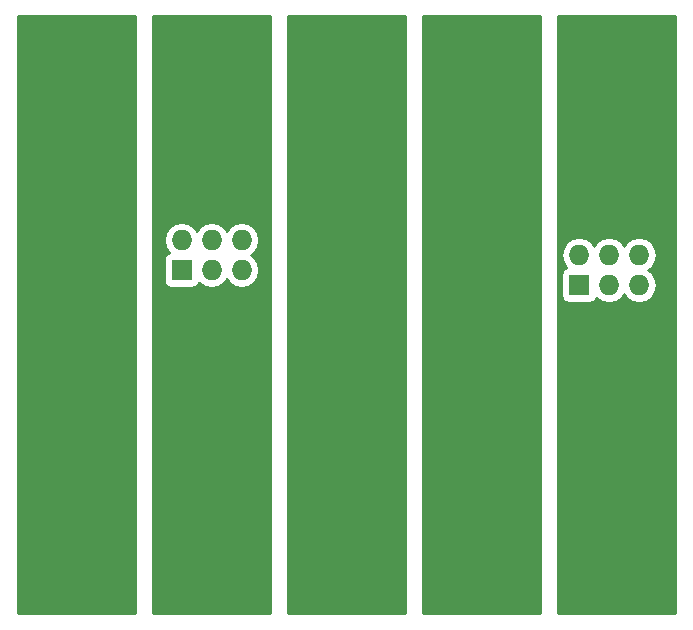
<source format=gbl>
G04 #@! TF.FileFunction,Copper,L2,Bot,Signal*
%FSLAX46Y46*%
G04 Gerber Fmt 4.6, Leading zero omitted, Abs format (unit mm)*
G04 Created by KiCad (PCBNEW 4.0.7-e2-6376~58~ubuntu14.04.1) date Fri Nov 10 06:08:14 2017*
%MOMM*%
%LPD*%
G01*
G04 APERTURE LIST*
%ADD10C,0.100000*%
%ADD11R,1.727200X1.727200*%
%ADD12O,1.727200X1.727200*%
%ADD13C,0.600000*%
%ADD14C,0.254000*%
G04 APERTURE END LIST*
D10*
D11*
X154305000Y-108585000D03*
D12*
X154305000Y-106045000D03*
X156845000Y-108585000D03*
X156845000Y-106045000D03*
X159385000Y-108585000D03*
X159385000Y-106045000D03*
D11*
X187960000Y-109855000D03*
D12*
X187960000Y-107315000D03*
X190500000Y-109855000D03*
X190500000Y-107315000D03*
X193040000Y-109855000D03*
X193040000Y-107315000D03*
D13*
X165735000Y-89535000D03*
X168275000Y-89535000D03*
X165735000Y-92075000D03*
X165735000Y-94615000D03*
X168275000Y-94615000D03*
X170815000Y-94615000D03*
X170815000Y-92075000D03*
X170815000Y-89535000D03*
X168275000Y-92075000D03*
X154305000Y-89535000D03*
X154305000Y-94615000D03*
X159385000Y-94615000D03*
X159385000Y-89535000D03*
X156845000Y-94615000D03*
X154305000Y-92075000D03*
X156845000Y-89535000D03*
X159385000Y-92075000D03*
X156845000Y-92075000D03*
X141605000Y-95885000D03*
X141605000Y-88265000D03*
X149225000Y-95885000D03*
X149225000Y-88265000D03*
X149225000Y-90805000D03*
X144145000Y-88265000D03*
X146685000Y-88265000D03*
X141605000Y-90805000D03*
X141605000Y-93345000D03*
X149225000Y-93345000D03*
X144145000Y-95885000D03*
X146685000Y-95885000D03*
X144145000Y-90805000D03*
X146685000Y-90805000D03*
X144145000Y-93345000D03*
X146685000Y-93345000D03*
X142875000Y-92075000D03*
X142875000Y-94615000D03*
X145415000Y-94615000D03*
X147955000Y-94615000D03*
X147955000Y-92075000D03*
X142875000Y-89535000D03*
X145415000Y-89535000D03*
X147955000Y-89535000D03*
X145415000Y-92075000D03*
X177165000Y-89535000D03*
X177165000Y-92075000D03*
X177165000Y-94615000D03*
X179705000Y-94615000D03*
X182245000Y-94615000D03*
X182245000Y-92075000D03*
X182245000Y-89535000D03*
X179705000Y-89535000D03*
X179705000Y-92075000D03*
X188595000Y-130175000D03*
X188595000Y-132715000D03*
X188595000Y-135255000D03*
X191135000Y-135255000D03*
X193675000Y-135255000D03*
X193675000Y-130175000D03*
X191135000Y-130175000D03*
X193675000Y-132715000D03*
X191135000Y-132715000D03*
D14*
G36*
X150368000Y-137668000D02*
X140462000Y-137668000D01*
X140462000Y-87122000D01*
X150368000Y-87122000D01*
X150368000Y-137668000D01*
X150368000Y-137668000D01*
G37*
X150368000Y-137668000D02*
X140462000Y-137668000D01*
X140462000Y-87122000D01*
X150368000Y-87122000D01*
X150368000Y-137668000D01*
G36*
X161798000Y-137668000D02*
X151892000Y-137668000D01*
X151892000Y-107721400D01*
X152793960Y-107721400D01*
X152793960Y-109448600D01*
X152838238Y-109683917D01*
X152977310Y-109900041D01*
X153189510Y-110045031D01*
X153441400Y-110096040D01*
X155168600Y-110096040D01*
X155403917Y-110051762D01*
X155620041Y-109912690D01*
X155765031Y-109700490D01*
X155773864Y-109656869D01*
X155785330Y-109674029D01*
X156271511Y-109998885D01*
X156845000Y-110112959D01*
X157418489Y-109998885D01*
X157904670Y-109674029D01*
X158115000Y-109359248D01*
X158325330Y-109674029D01*
X158811511Y-109998885D01*
X159385000Y-110112959D01*
X159958489Y-109998885D01*
X160444670Y-109674029D01*
X160769526Y-109187848D01*
X160883600Y-108614359D01*
X160883600Y-108555641D01*
X160769526Y-107982152D01*
X160444670Y-107495971D01*
X160173828Y-107315000D01*
X160444670Y-107134029D01*
X160769526Y-106647848D01*
X160883600Y-106074359D01*
X160883600Y-106015641D01*
X160769526Y-105442152D01*
X160444670Y-104955971D01*
X159958489Y-104631115D01*
X159385000Y-104517041D01*
X158811511Y-104631115D01*
X158325330Y-104955971D01*
X158115000Y-105270752D01*
X157904670Y-104955971D01*
X157418489Y-104631115D01*
X156845000Y-104517041D01*
X156271511Y-104631115D01*
X155785330Y-104955971D01*
X155575000Y-105270752D01*
X155364670Y-104955971D01*
X154878489Y-104631115D01*
X154305000Y-104517041D01*
X153731511Y-104631115D01*
X153245330Y-104955971D01*
X152920474Y-105442152D01*
X152806400Y-106015641D01*
X152806400Y-106074359D01*
X152920474Y-106647848D01*
X153231574Y-107113442D01*
X153206083Y-107118238D01*
X152989959Y-107257310D01*
X152844969Y-107469510D01*
X152793960Y-107721400D01*
X151892000Y-107721400D01*
X151892000Y-87122000D01*
X161798000Y-87122000D01*
X161798000Y-137668000D01*
X161798000Y-137668000D01*
G37*
X161798000Y-137668000D02*
X151892000Y-137668000D01*
X151892000Y-107721400D01*
X152793960Y-107721400D01*
X152793960Y-109448600D01*
X152838238Y-109683917D01*
X152977310Y-109900041D01*
X153189510Y-110045031D01*
X153441400Y-110096040D01*
X155168600Y-110096040D01*
X155403917Y-110051762D01*
X155620041Y-109912690D01*
X155765031Y-109700490D01*
X155773864Y-109656869D01*
X155785330Y-109674029D01*
X156271511Y-109998885D01*
X156845000Y-110112959D01*
X157418489Y-109998885D01*
X157904670Y-109674029D01*
X158115000Y-109359248D01*
X158325330Y-109674029D01*
X158811511Y-109998885D01*
X159385000Y-110112959D01*
X159958489Y-109998885D01*
X160444670Y-109674029D01*
X160769526Y-109187848D01*
X160883600Y-108614359D01*
X160883600Y-108555641D01*
X160769526Y-107982152D01*
X160444670Y-107495971D01*
X160173828Y-107315000D01*
X160444670Y-107134029D01*
X160769526Y-106647848D01*
X160883600Y-106074359D01*
X160883600Y-106015641D01*
X160769526Y-105442152D01*
X160444670Y-104955971D01*
X159958489Y-104631115D01*
X159385000Y-104517041D01*
X158811511Y-104631115D01*
X158325330Y-104955971D01*
X158115000Y-105270752D01*
X157904670Y-104955971D01*
X157418489Y-104631115D01*
X156845000Y-104517041D01*
X156271511Y-104631115D01*
X155785330Y-104955971D01*
X155575000Y-105270752D01*
X155364670Y-104955971D01*
X154878489Y-104631115D01*
X154305000Y-104517041D01*
X153731511Y-104631115D01*
X153245330Y-104955971D01*
X152920474Y-105442152D01*
X152806400Y-106015641D01*
X152806400Y-106074359D01*
X152920474Y-106647848D01*
X153231574Y-107113442D01*
X153206083Y-107118238D01*
X152989959Y-107257310D01*
X152844969Y-107469510D01*
X152793960Y-107721400D01*
X151892000Y-107721400D01*
X151892000Y-87122000D01*
X161798000Y-87122000D01*
X161798000Y-137668000D01*
G36*
X173228000Y-137668000D02*
X163322000Y-137668000D01*
X163322000Y-87122000D01*
X173228000Y-87122000D01*
X173228000Y-137668000D01*
X173228000Y-137668000D01*
G37*
X173228000Y-137668000D02*
X163322000Y-137668000D01*
X163322000Y-87122000D01*
X173228000Y-87122000D01*
X173228000Y-137668000D01*
G36*
X184658000Y-137668000D02*
X174752000Y-137668000D01*
X174752000Y-87122000D01*
X184658000Y-87122000D01*
X184658000Y-137668000D01*
X184658000Y-137668000D01*
G37*
X184658000Y-137668000D02*
X174752000Y-137668000D01*
X174752000Y-87122000D01*
X184658000Y-87122000D01*
X184658000Y-137668000D01*
G36*
X196088000Y-137668000D02*
X186182000Y-137668000D01*
X186182000Y-108991400D01*
X186448960Y-108991400D01*
X186448960Y-110718600D01*
X186493238Y-110953917D01*
X186632310Y-111170041D01*
X186844510Y-111315031D01*
X187096400Y-111366040D01*
X188823600Y-111366040D01*
X189058917Y-111321762D01*
X189275041Y-111182690D01*
X189420031Y-110970490D01*
X189428864Y-110926869D01*
X189440330Y-110944029D01*
X189926511Y-111268885D01*
X190500000Y-111382959D01*
X191073489Y-111268885D01*
X191559670Y-110944029D01*
X191770000Y-110629248D01*
X191980330Y-110944029D01*
X192466511Y-111268885D01*
X193040000Y-111382959D01*
X193613489Y-111268885D01*
X194099670Y-110944029D01*
X194424526Y-110457848D01*
X194538600Y-109884359D01*
X194538600Y-109825641D01*
X194424526Y-109252152D01*
X194099670Y-108765971D01*
X193828828Y-108585000D01*
X194099670Y-108404029D01*
X194424526Y-107917848D01*
X194538600Y-107344359D01*
X194538600Y-107285641D01*
X194424526Y-106712152D01*
X194099670Y-106225971D01*
X193613489Y-105901115D01*
X193040000Y-105787041D01*
X192466511Y-105901115D01*
X191980330Y-106225971D01*
X191770000Y-106540752D01*
X191559670Y-106225971D01*
X191073489Y-105901115D01*
X190500000Y-105787041D01*
X189926511Y-105901115D01*
X189440330Y-106225971D01*
X189230000Y-106540752D01*
X189019670Y-106225971D01*
X188533489Y-105901115D01*
X187960000Y-105787041D01*
X187386511Y-105901115D01*
X186900330Y-106225971D01*
X186575474Y-106712152D01*
X186461400Y-107285641D01*
X186461400Y-107344359D01*
X186575474Y-107917848D01*
X186886574Y-108383442D01*
X186861083Y-108388238D01*
X186644959Y-108527310D01*
X186499969Y-108739510D01*
X186448960Y-108991400D01*
X186182000Y-108991400D01*
X186182000Y-87122000D01*
X196088000Y-87122000D01*
X196088000Y-137668000D01*
X196088000Y-137668000D01*
G37*
X196088000Y-137668000D02*
X186182000Y-137668000D01*
X186182000Y-108991400D01*
X186448960Y-108991400D01*
X186448960Y-110718600D01*
X186493238Y-110953917D01*
X186632310Y-111170041D01*
X186844510Y-111315031D01*
X187096400Y-111366040D01*
X188823600Y-111366040D01*
X189058917Y-111321762D01*
X189275041Y-111182690D01*
X189420031Y-110970490D01*
X189428864Y-110926869D01*
X189440330Y-110944029D01*
X189926511Y-111268885D01*
X190500000Y-111382959D01*
X191073489Y-111268885D01*
X191559670Y-110944029D01*
X191770000Y-110629248D01*
X191980330Y-110944029D01*
X192466511Y-111268885D01*
X193040000Y-111382959D01*
X193613489Y-111268885D01*
X194099670Y-110944029D01*
X194424526Y-110457848D01*
X194538600Y-109884359D01*
X194538600Y-109825641D01*
X194424526Y-109252152D01*
X194099670Y-108765971D01*
X193828828Y-108585000D01*
X194099670Y-108404029D01*
X194424526Y-107917848D01*
X194538600Y-107344359D01*
X194538600Y-107285641D01*
X194424526Y-106712152D01*
X194099670Y-106225971D01*
X193613489Y-105901115D01*
X193040000Y-105787041D01*
X192466511Y-105901115D01*
X191980330Y-106225971D01*
X191770000Y-106540752D01*
X191559670Y-106225971D01*
X191073489Y-105901115D01*
X190500000Y-105787041D01*
X189926511Y-105901115D01*
X189440330Y-106225971D01*
X189230000Y-106540752D01*
X189019670Y-106225971D01*
X188533489Y-105901115D01*
X187960000Y-105787041D01*
X187386511Y-105901115D01*
X186900330Y-106225971D01*
X186575474Y-106712152D01*
X186461400Y-107285641D01*
X186461400Y-107344359D01*
X186575474Y-107917848D01*
X186886574Y-108383442D01*
X186861083Y-108388238D01*
X186644959Y-108527310D01*
X186499969Y-108739510D01*
X186448960Y-108991400D01*
X186182000Y-108991400D01*
X186182000Y-87122000D01*
X196088000Y-87122000D01*
X196088000Y-137668000D01*
M02*

</source>
